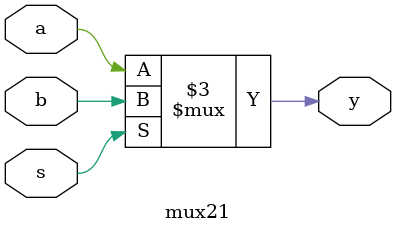
<source format=v>
`timescale 1ns / 1ps
module mux21(
	input s,a,b,
	output reg y
);

always @*
	case (s)
		0: y = a;
		default: y = b;
	endcase

endmodule

</source>
